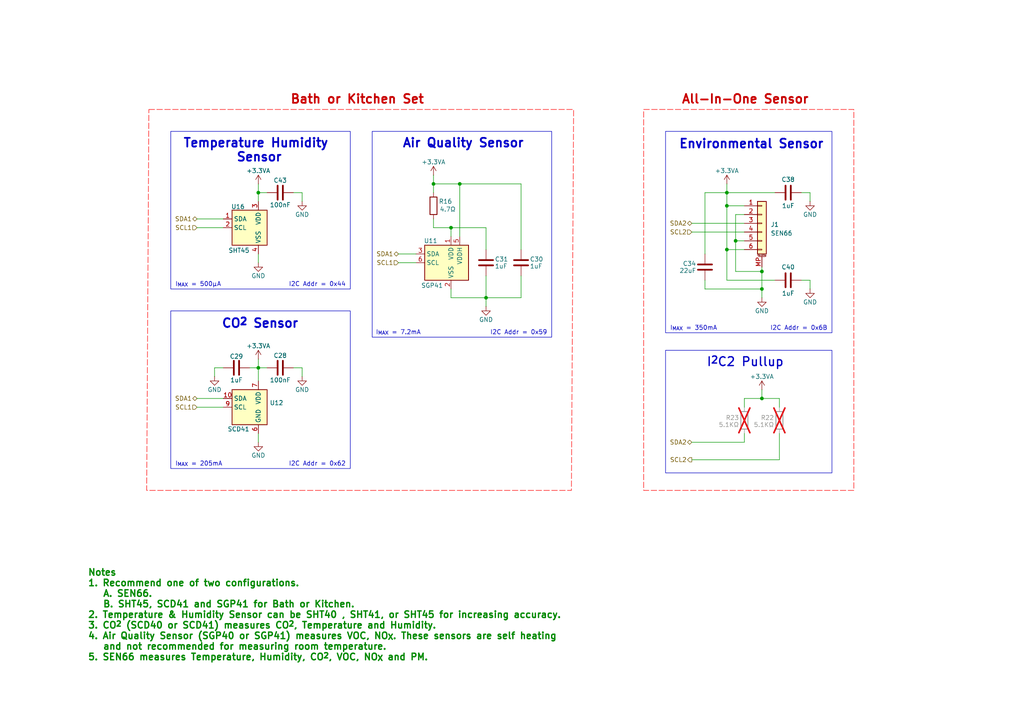
<source format=kicad_sch>
(kicad_sch (version 20250114) (generator "eeschema") (generator_version "9.0")
  (paper "A4")
  (title_block (title "ESPHome Parking Assistant") (date "2025-04-18") (rev "A") (company "Mike Lawrence"))
  (lib_symbols
    (symbol "Connector_Generic_MountingPin:Conn_01x06_MountingPin" (pin_names (offset 1.016) (hide yes))
      (property "Reference" "J" (at 0 7.62 0))
      (property "Value" "Conn_01x06_MountingPin" (at 1.27 -10.16 0))
      (symbol "Conn_01x06_MountingPin_1_1"
        (rectangle (start -1.27 6.35) (end 1.27 -8.89) (stroke (width 0.254)) (fill (type background)))
        (rectangle (start -1.27 5.207) (end 0 4.953) (stroke (width 0.1524)))
        (rectangle (start -1.27 2.667) (end 0 2.413) (stroke (width 0.1524)))
        (rectangle (start -1.27 0.127) (end 0 -0.127) (stroke (width 0.1524)))
        (rectangle (start -1.27 -2.413) (end 0 -2.667) (stroke (width 0.1524)))
        (rectangle (start -1.27 -4.953) (end 0 -5.207) (stroke (width 0.1524)))
        (rectangle (start -1.27 -7.493) (end 0 -7.747) (stroke (width 0.1524)))
        (polyline (pts (xy -1.016 -9.652) (xy 1.016 -9.652)) (stroke (width 0.1524)))
        (text "Mounting" (at 0 -9.271 0) (effects (font (size 0.381 0.381))))
        (pin passive line (at -5.08 5.08 0) (length 3.81) (name "Pin_1") (number "1"))
        (pin passive line (at -5.08 2.54 0) (length 3.81) (name "Pin_2") (number "2"))
        (pin passive line (at -5.08 0 0) (length 3.81) (name "Pin_3") (number "3"))
        (pin passive line (at -5.08 -2.54 0) (length 3.81) (name "Pin_4") (number "4"))
        (pin passive line (at -5.08 -5.08 0) (length 3.81) (name "Pin_5") (number "5"))
        (pin passive line (at -5.08 -7.62 0) (length 3.81) (name "Pin_6") (number "6"))
        (pin passive line (at 0 -12.7 90) (length 3.048) (name "MountPin") (number "MP"))
      )
    )
    (symbol "Device:C" (pin_numbers (hide yes)) (pin_names (offset 0.254))
      (property "Reference" "C" (at 0.635 2.54 0))
      (property "Value" "C" (at 0.635 -2.54 0))
      (symbol "C_0_1"
        (polyline (pts (xy -2.032 0.762) (xy 2.032 0.762)) (stroke (width 0.508)))
        (polyline (pts (xy -2.032 -0.762) (xy 2.032 -0.762)) (stroke (width 0.508)))
      )
      (symbol "C_1_1"
        (pin passive line (at 0 3.81 270) (length 2.794) (name "~") (number "1"))
        (pin passive line (at 0 -3.81 90) (length 2.794) (name "~") (number "2"))
      )
    )
    (symbol "Device:R" (pin_numbers (hide yes)) (pin_names (offset 0))
      (property "Reference" "R" (at 2.032 0 90))
      (property "Value" "R" (at 0 0 90))
      (symbol "R_0_1"
        (rectangle (start -1.016 -2.54) (end 1.016 2.54) (stroke (width 0.254)))
      )
      (symbol "R_1_1"
        (pin passive line (at 0 3.81 270) (length 1.27) (name "~") (number "1"))
        (pin passive line (at 0 -3.81 90) (length 1.27) (name "~") (number "2"))
      )
    )
    (symbol "SGP40-D-R4:SGP4x"
      (property "Reference" "U" (at 8.636 1.27 0))
      (property "Value" "SGP4x" (at 8.636 -1.27 0))
      (symbol "SGP4x_1_0"
        (pin input line (at -7.62 0 0) (length 2.54) (name "SCL") (number "6"))
        (pin power_in line (at 2.54 -7.62 90) (length 2.54) (hide yes) (name "EP") (number "7"))
        (pin power_in line (at 5.08 7.62 270) (length 2.54) (name "VDDH") (number "5"))
      )
      (symbol "SGP4x_1_1"
        (rectangle (start -5.08 5.08) (end 7.62 -5.08) (stroke (width 0.254)) (fill (type background)))
        (pin bidirectional line (at -7.62 2.54 0) (length 2.54) (name "SDA") (number "3"))
        (pin power_in line (at 2.54 7.62 270) (length 2.54) (name "VDD") (number "1"))
        (pin power_in line (at 2.54 -7.62 90) (length 2.54) (name "VSS") (number "2"))
        (pin power_in line (at 2.54 -7.62 90) (length 2.54) (hide yes) (name "NA") (number "4"))
      )
    )
    (symbol "Sensor_Gas:SCD41-D-R2"
      (property "Reference" "U?" (at -3.302 1.27 0))
      (property "Value" "SCD41" (at -3.302 -1.27 0))
      (symbol "SCD41-D-R2_0_1"
        (rectangle (start -2.54 5.08) (end 7.62 -5.08) (stroke (width 0.254)) (fill (type background)))
      )
      (symbol "SCD41-D-R2_1_1"
        (pin passive line (at 0 7.62 270) (length 2.54) (hide yes) (name "VDD") (number "19"))
        (pin power_in line (at 0 7.62 270) (length 2.54) (name "VDD") (number "7"))
        (pin passive line (at 0 -7.62 90) (length 2.54) (hide yes) (name "GND") (number "20"))
        (pin passive line (at 0 -7.62 90) (length 2.54) (hide yes) (name "GND") (number "21"))
        (pin power_in line (at 0 -7.62 90) (length 2.54) (name "GND") (number "6"))
        (pin bidirectional line (at 10.16 2.54 180) (length 2.54) (name "SDA") (number "10"))
        (pin input line (at 10.16 0 180) (length 2.54) (name "SCL") (number "9"))
      )
    )
    (symbol "Sensor_Humidity:SHT4x"
      (property "Reference" "U2" (at 6.35 1.2701 0))
      (property "Value" "SHT4x" (at 6.35 -1.2699 0))
      (symbol "SHT4x_1_1"
        (rectangle (start -5.08 5.08) (end 5.08 -5.08) (stroke (width 0.254)) (fill (type background)))
        (pin bidirectional line (at -7.62 2.54 0) (length 2.54) (name "SDA") (number "1"))
        (pin input line (at -7.62 0 0) (length 2.54) (name "SCL") (number "2"))
        (pin power_in line (at 2.54 7.62 270) (length 2.54) (name "VDD") (number "3"))
        (pin power_in line (at 2.54 -7.62 90) (length 2.54) (name "VSS") (number "4"))
      )
    )
    (symbol "power:+3.3VA" (power) (pin_numbers (hide yes)) (pin_names (offset 0) (hide yes))
      (property "Value" "+3.3VA" (at 0 3.556 0))
      (symbol "+3.3VA_0_1"
        (polyline (pts (xy -0.762 1.27) (xy 0 2.54)))
        (polyline (pts (xy 0 2.54) (xy 0.762 1.27)))
        (polyline (pts (xy 0 0) (xy 0 2.54)))
      )
      (symbol "+3.3VA_1_1"
        (pin power_in line (at 0 0 90) (length 0) (name "~") (number "1"))
      )
    )
    (symbol "power:GND" (power) (pin_numbers (hide yes)) (pin_names (offset 0) (hide yes))
      (property "Value" "GND" (at 0 -3.81 0))
      (symbol "GND_0_1"
        (polyline (pts (xy 0 0) (xy 0 -1.27) (xy 1.27 -1.27) (xy 0 -2.54) (xy -1.27 -1.27) (xy 0 -1.27)))
      )
      (symbol "GND_1_1"
        (pin power_in line (at 0 0 270) (length 0) (name "~") (number "1"))
      )
    )
  )
  (rectangle (start 193.04 101.6) (end 241.3 137.16))
  (rectangle (start 193.04 38.1) (end 241.3 96.52))
  (rectangle (start 49.53 38.1) (end 101.6 83.82))
  (rectangle (start 107.95 38.1) (end 160.02 97.79))
  (rectangle (start 49.53 90.17) (end 101.6 135.89))
  (text "I_{MAX} = 7.2mA" (at 108.966 96.52 0) (effects (font (size 1.27 1.27) (thickness 0.1588)) (justify left)))
  (text "I2C Addr = 0x59" (at 158.75 96.52 0) (effects (font (size 1.27 1.27) (thickness 0.1588)) (justify right)))
  (text "I2C Addr = 0x62" (at 100.33 134.62 0) (effects (font (size 1.27 1.27) (thickness 0.1588)) (justify right)))
  (text "CO^{2} Sensor" (at 75.438 92.456 0) (effects (font (size 2.54 2.54) (thickness 0.508) (bold yes)) (justify top)))
  (text "Environmental Sensor" (at 217.932 40.386 0) (effects (font (size 2.54 2.54) (thickness 0.508) (bold yes)) (justify top)))
  (text "I_{MAX} = 350mA" (at 194.31 95.25 0) (effects (font (size 1.27 1.27) (thickness 0.1588)) (justify left)))
  (text "I^{2}C2 Pullup" (at 216.154 103.632 0) (effects (font (size 2.54 2.54) (thickness 0.381) (bold yes)) (justify top)))
  (text "Temperature Humidity \nSensor" (at 75.184 40.132 0) (effects (font (size 2.54 2.54) (thickness 0.508) (bold yes)) (justify top)))
  (text "All-In-One Sensor" (at 216.154 27.432 0) (effects (font (size 2.54 2.54) (thickness 0.508) (bold yes)) (justify top)))
  (text "Bath or Kitchen Set" (at 103.632 27.432 0) (effects (font (size 2.54 2.54) (thickness 0.508) (bold yes)) (justify top)))
  (text "I2C Addr = 0x44" (at 100.33 82.55 0) (effects (font (size 1.27 1.27) (thickness 0.1588)) (justify right)))
  (text "I2C Addr = 0x6B" (at 240.03 95.25 0) (effects (font (size 1.27 1.27) (thickness 0.1588)) (justify right)))
  (text "I_{MAX} = 500µA" (at 50.8 82.55 0) (effects (font (size 1.27 1.27) (thickness 0.1588)) (justify left)))
  (text "I_{MAX} = 205mA" (at 50.8 134.62 0) (effects (font (size 1.27 1.27) (thickness 0.1588)) (justify left)))
  (text "Notes\n1. Recommend one of two configurations.\n   A. SEN66.\n   B. SHT45, SCD41 and SGP41 for Bath or Kitchen.\n2. Temperature & Humidity Sensor can be SHT40 , SHT41, or SHT45 for increasing accuracy.\n3. CO^{2} (SCD40 or SCD41) measures CO^{2}, Temperature and Humidity.\n4. Air Quality Sensor (SGP40 or SGP41) measures VOC, NO_{X}. These sensors are self heating\n   and not recommended for measuring room temperature.\n5. SEN66 measures Temperature, Humidity, CO^{2}, VOC, NO_{X} and PM." (at 25.4 165.1 0) (effects (font (size 1.905 1.905) (thickness 0.381) (bold yes)) (justify left top)))
  (text "Air Quality Sensor" (at 134.366 40.132 0) (effects (font (size 2.54 2.54) (thickness 0.508) (bold yes)) (justify top)))
  (junction (at 220.98 83.82))
  (junction (at 220.98 78.74))
  (junction (at 210.82 55.88))
  (junction (at 133.35 53.34))
  (junction (at 210.82 72.39))
  (junction (at 130.81 66.04))
  (junction (at 125.73 53.34))
  (junction (at 140.97 86.36))
  (junction (at 220.98 115.57))
  (junction (at 74.93 106.68))
  (junction (at 74.93 55.88))
  (junction (at 210.82 59.69))
  (junction (at 213.36 69.85))
  (wire (pts (xy 215.9 125.73) (xy 215.9 128.27)))
  (wire (pts (xy 213.36 78.74) (xy 220.98 78.74)))
  (wire (pts (xy 215.9 69.85) (xy 213.36 69.85)))
  (wire (pts (xy 57.15 63.5) (xy 64.77 63.5)))
  (wire (pts (xy 226.06 118.11) (xy 226.06 115.57)))
  (wire (pts (xy 85.09 55.88) (xy 87.63 55.88)))
  (wire (pts (xy 74.93 55.88) (xy 77.47 55.88)))
  (wire (pts (xy 125.73 53.34) (xy 125.73 55.88)))
  (wire (pts (xy 213.36 69.85) (xy 213.36 78.74)))
  (wire (pts (xy 151.13 80.01) (xy 151.13 86.36)))
  (wire (pts (xy 220.98 113.03) (xy 220.98 115.57)))
  (wire (pts (xy 226.06 125.73) (xy 226.06 133.35)))
  (wire (pts (xy 220.98 78.74) (xy 220.98 83.82)))
  (wire (pts (xy 215.9 59.69) (xy 210.82 59.69)))
  (wire (pts (xy 140.97 72.39) (xy 140.97 66.04)))
  (wire (pts (xy 74.93 73.66) (xy 74.93 76.2)))
  (wire (pts (xy 210.82 81.28) (xy 210.82 72.39)))
  (wire (pts (xy 74.93 106.68) (xy 77.47 106.68)))
  (wire (pts (xy 204.47 55.88) (xy 210.82 55.88)))
  (wire (pts (xy 115.57 73.66) (xy 120.65 73.66)))
  (wire (pts (xy 220.98 115.57) (xy 215.9 115.57)))
  (wire (pts (xy 57.15 66.04) (xy 64.77 66.04)))
  (wire (pts (xy 204.47 73.66) (xy 204.47 55.88)))
  (wire (pts (xy 74.93 104.14) (xy 74.93 106.68)))
  (wire (pts (xy 130.81 66.04) (xy 125.73 66.04)))
  (wire (pts (xy 125.73 53.34) (xy 133.35 53.34)))
  (wire (pts (xy 140.97 80.01) (xy 140.97 86.36)))
  (wire (pts (xy 224.79 81.28) (xy 210.82 81.28)))
  (wire (pts (xy 115.57 76.2) (xy 120.65 76.2)))
  (wire (pts (xy 232.41 55.88) (xy 234.95 55.88)))
  (wire (pts (xy 72.39 106.68) (xy 74.93 106.68)))
  (wire (pts (xy 74.93 106.68) (xy 74.93 110.49)))
  (wire (pts (xy 220.98 83.82) (xy 220.98 86.36)))
  (wire (pts (xy 62.23 106.68) (xy 62.23 109.22)))
  (wire (pts (xy 232.41 81.28) (xy 234.95 81.28)))
  (wire (pts (xy 215.9 62.23) (xy 213.36 62.23)))
  (wire (pts (xy 204.47 83.82) (xy 204.47 81.28)))
  (wire (pts (xy 215.9 115.57) (xy 215.9 118.11)))
  (wire (pts (xy 140.97 86.36) (xy 151.13 86.36)))
  (wire (pts (xy 226.06 133.35) (xy 200.66 133.35)))
  (wire (pts (xy 234.95 81.28) (xy 234.95 83.82)))
  (wire (pts (xy 215.9 128.27) (xy 200.66 128.27)))
  (wire (pts (xy 220.98 77.47) (xy 220.98 78.74)))
  (wire (pts (xy 215.9 67.31) (xy 200.66 67.31)))
  (wire (pts (xy 130.81 66.04) (xy 130.81 68.58)))
  (wire (pts (xy 130.81 86.36) (xy 130.81 83.82)))
  (wire (pts (xy 210.82 55.88) (xy 224.79 55.88)))
  (wire (pts (xy 151.13 72.39) (xy 151.13 53.34)))
  (wire (pts (xy 210.82 53.34) (xy 210.82 55.88)))
  (wire (pts (xy 226.06 115.57) (xy 220.98 115.57)))
  (wire (pts (xy 140.97 66.04) (xy 130.81 66.04)))
  (wire (pts (xy 125.73 66.04) (xy 125.73 63.5)))
  (wire (pts (xy 220.98 83.82) (xy 204.47 83.82)))
  (wire (pts (xy 140.97 86.36) (xy 140.97 88.9)))
  (wire (pts (xy 133.35 68.58) (xy 133.35 53.34)))
  (wire (pts (xy 74.93 125.73) (xy 74.93 128.27)))
  (wire (pts (xy 215.9 72.39) (xy 210.82 72.39)))
  (wire (pts (xy 213.36 62.23) (xy 213.36 69.85)))
  (wire (pts (xy 87.63 55.88) (xy 87.63 58.42)))
  (wire (pts (xy 64.77 106.68) (xy 62.23 106.68)))
  (wire (pts (xy 57.15 118.11) (xy 64.77 118.11)))
  (wire (pts (xy 125.73 50.8) (xy 125.73 53.34)))
  (wire (pts (xy 200.66 64.77) (xy 215.9 64.77)))
  (wire (pts (xy 57.15 115.57) (xy 64.77 115.57)))
  (wire (pts (xy 234.95 55.88) (xy 234.95 58.42)))
  (wire (pts (xy 74.93 53.34) (xy 74.93 55.88)))
  (wire (pts (xy 151.13 53.34) (xy 133.35 53.34)))
  (wire (pts (xy 74.93 58.42) (xy 74.93 55.88)))
  (wire (pts (xy 210.82 55.88) (xy 210.82 59.69)))
  (wire (pts (xy 140.97 86.36) (xy 130.81 86.36)))
  (wire (pts (xy 85.09 106.68) (xy 87.63 106.68)))
  (wire (pts (xy 210.82 72.39) (xy 210.82 59.69)))
  (wire (pts (xy 87.63 106.68) (xy 87.63 109.22)))
  (hierarchical_label "SDA1" (shape bidirectional) (at 57.15 115.57 180))
  (hierarchical_label "SCL1" (shape input) (at 115.57 76.2 180))
  (hierarchical_label "SCL1" (shape input) (at 57.15 118.11 180))
  (hierarchical_label "SDA1" (shape bidirectional) (at 115.57 73.66 180))
  (hierarchical_label "SDA2" (shape bidirectional) (at 200.66 64.77 180))
  (hierarchical_label "SCL2" (shape output) (at 200.66 133.35 180))
  (hierarchical_label "SDA2" (shape bidirectional) (at 200.66 128.27 180))
  (hierarchical_label "SCL1" (shape input) (at 57.15 66.04 180))
  (hierarchical_label "SCL2" (shape input) (at 200.66 67.31 180))
  (hierarchical_label "SDA1" (shape bidirectional) (at 57.15 63.5 180))
  (rule_area (polyline (pts (xy 186.69 31.75) (xy 247.65 31.75) (xy 247.65 142.24) (xy 186.69 142.24)) (stroke (width 0) (type dash))))
  (rule_area (polyline (pts (xy 43.18 31.75) (xy 166.37 31.75) (xy 165.735 142.24) (xy 42.545 142.24)) (stroke (width 0) (type dash))))
  (symbol (lib_id "power:GND") (at 74.93 76.2 0) (unit 1)
    (property "Reference" "#PWR033" (effects (hide yes)))
    (property "Value" "GND" (at 74.93 80.01 0))
    (property "Description" "Power symbol creates a global label with name \"GND\" , ground" (effects (hide yes)))
  )
  (symbol (lib_id "Device:C") (at 151.13 76.2 0) (mirror y) (unit 1)
    (property "Reference" "C30" (at 153.67 75.184 0) (effects (justify right)))
    (property "Value" "1uF" (at 153.67 77.216 0) (effects (justify right)))
    (property "Footprint" "Capacitor_SMD:C_0402_1005Metric" (effects (hide yes)))
    (property "Description" "Capacitor, 1uF, MLCC, 25V, X5R, 10%, 0402" (effects (hide yes)))
    (property "Manufacturer" "Samsung" (effects (hide yes)))
    (property "Part Number" "CL05A105KA5NQNC" (effects (hide yes)))
  )
  (symbol (lib_id "Device:C") (at 204.47 77.47 0) (mirror y) (unit 1)
    (property "Reference" "C34" (at 201.93 76.454 0) (effects (justify left)))
    (property "Value" "22uF" (at 201.93 78.486 0) (effects (justify left)))
    (property "Footprint" "Capacitor_SMD:C_0603_1608Metric" (effects (hide yes)))
    (property "Description" "Capacitor, 22uF, MLCC, 6.3V, X5R, 20%, 0603" (effects (hide yes)))
    (property "Part Number" "GRM188R60J226MEA0D" (effects (hide yes)))
    (property "Manufacturer" "Murata" (effects (hide yes)))
  )
  (symbol (lib_id "Device:R") (at 226.06 121.92 0) (mirror y) (unit 1) (dnp yes)
    (property "Reference" "R22" (at 224.536 121.158 0) (effects (justify left)))
    (property "Value" "5.1KΩ" (at 224.536 123.19 0) (effects (justify left)))
    (property "Footprint" "Resistor_SMD:R_0402_1005Metric" (effects (hide yes)))
    (property "Description" "Resistor, 5.1KΩ, 62.5mW, 1%, 0402" (effects (hide yes)))
    (property "Manufacturer" "Vishay / Dale" (effects (hide yes)))
    (property "Part Number" "CRCW04025K10FKED" (effects (hide yes)))
  )
  (symbol (lib_id "Device:C") (at 228.6 55.88 90) (mirror x) (unit 1)
    (property "Reference" "C38" (at 228.6 52.07 90))
    (property "Value" "1uF" (at 228.6 59.69 90))
    (property "Footprint" "Capacitor_SMD:C_0402_1005Metric" (effects (hide yes)))
    (property "Description" "Capacitor, 1uF, MLCC, 25V, X5R, 10%, 0402" (effects (hide yes)))
    (property "Manufacturer" "Samsung" (effects (hide yes)))
    (property "Part Number" "CL05A105KA5NQNC" (effects (hide yes)))
  )
  (symbol (lib_id "power:GND") (at 87.63 58.42 0) (unit 1)
    (property "Reference" "#PWR031" (effects (hide yes)))
    (property "Value" "GND" (at 87.63 62.23 0))
    (property "Description" "Power symbol creates a global label with name \"GND\" , ground" (effects (hide yes)))
  )
  (symbol (lib_id "SGP40-D-R4:SGP4x") (at 128.27 76.2 0) (unit 1)
    (property "Reference" "U11" (at 122.936 69.85 0) (effects (justify left)))
    (property "Value" "SGP41" (at 128.524 82.804 0) (effects (justify right)))
    (property "Footprint" "SGP40-D-R4:XCDR_SGP40-D-R4" (effects (hide yes)))
    (property "Datasheet" "https://sensirion.com/media/documents/5FE8673C/61E96F50/Sensirion_Gas_Sensors_Datasheet_SGP41.pdf" (effects (hide yes)))
    (property "Description" "Indoor Air Quality Sensor, MOx based, DFN-6" (effects (hide yes)))
    (property "Part Number" "SGP41-D-R4 " (effects (hide yes)))
    (property "Manufacturer" "Sensirion" (effects (hide yes)))
  )
  (symbol (lib_id "Device:C") (at 228.6 81.28 90) (mirror x) (unit 1)
    (property "Reference" "C40" (at 228.6 77.47 90))
    (property "Value" "1uF" (at 228.6 85.09 90))
    (property "Footprint" "Capacitor_SMD:C_0402_1005Metric" (effects (hide yes)))
    (property "Description" "Capacitor, 1uF, MLCC, 25V, X5R, 10%, 0402" (effects (hide yes)))
    (property "Manufacturer" "Samsung" (effects (hide yes)))
    (property "Part Number" "CL05A105KA5NQNC" (effects (hide yes)))
  )
  (symbol (lib_id "power:+3.3VA") (at 210.82 53.34 0) (unit 1)
    (property "Reference" "#PWR030" (effects (hide yes)))
    (property "Value" "+3.3VA" (at 210.82 49.53 0))
    (property "Description" "Power symbol creates a global label with name \"+3.3VA\"" (effects (hide yes)))
  )
  (symbol (lib_id "Device:C") (at 140.97 76.2 0) (mirror y) (unit 1)
    (property "Reference" "C31" (at 143.51 75.184 0) (effects (justify right)))
    (property "Value" "1uF" (at 143.51 77.216 0) (effects (justify right)))
    (property "Footprint" "Capacitor_SMD:C_0402_1005Metric" (effects (hide yes)))
    (property "Description" "Capacitor, 1uF, MLCC, 25V, X5R, 10%, 0402" (effects (hide yes)))
    (property "Manufacturer" "Samsung" (effects (hide yes)))
    (property "Part Number" "CL05A105KA5NQNC" (effects (hide yes)))
  )
  (symbol (lib_id "Device:C") (at 68.58 106.68 90) (unit 1)
    (property "Reference" "C29" (at 68.58 103.378 90))
    (property "Value" "1uF" (at 68.58 110.236 90))
    (property "Footprint" "Capacitor_SMD:C_0402_1005Metric" (effects (hide yes)))
    (property "Description" "Capacitor, 1uF, MLCC, 25V, X5R, 10%, 0402" (effects (hide yes)))
    (property "Manufacturer" "Samsung" (effects (hide yes)))
    (property "Part Number" "CL05A105KA5NQNC" (effects (hide yes)))
  )
  (symbol (lib_id "Sensor_Humidity:SHT4x") (at 72.39 66.04 0) (unit 1)
    (property "Reference" "U16" (at 67.056 59.944 0) (effects (justify left)))
    (property "Value" "SHT45" (at 72.39 72.644 0) (effects (justify right)))
    (property "Footprint" "Sensor_Humidity:Sensirion_DFN-4_1.5x1.5mm_P0.8mm_SHT4x_NoCentralPad" (effects (hide yes)))
    (property "Datasheet" "https://sensirion.com/media/documents/33FD6951/624C4357/Datasheet_SHT4x.pdf" (effects (hide yes)))
    (property "Description" "Digital Humidity and Temperature Sensor, ±1%RH, ±0.1°C, I2C, 1.08-3.6V, 16bit, DFN-4" (effects (hide yes)))
    (property "Part Number" "SHT45-AD1B-R2" (effects (hide yes)))
    (property "Manufacturer" "Sensirion" (effects (hide yes)))
  )
  (symbol (lib_id "Device:R") (at 215.9 121.92 0) (mirror y) (unit 1) (dnp yes)
    (property "Reference" "R23" (at 214.376 121.158 0) (effects (justify left)))
    (property "Value" "5.1KΩ" (at 214.376 123.19 0) (effects (justify left)))
    (property "Footprint" "Resistor_SMD:R_0402_1005Metric" (effects (hide yes)))
    (property "Description" "Resistor, 5.1KΩ, 62.5mW, 1%, 0402" (effects (hide yes)))
    (property "Manufacturer" "Vishay / Dale" (effects (hide yes)))
    (property "Part Number" "CRCW04025K10FKED" (effects (hide yes)))
  )
  (symbol (lib_id "power:+3.3VA") (at 74.93 104.14 0) (unit 1)
    (property "Reference" "#PWR037" (effects (hide yes)))
    (property "Value" "+3.3VA" (at 74.93 100.33 0))
    (property "Description" "Power symbol creates a global label with name \"+3.3VA\"" (effects (hide yes)))
  )
  (symbol (lib_id "power:+3.3VA") (at 125.73 50.8 0) (unit 1)
    (property "Reference" "#PWR029" (effects (hide yes)))
    (property "Value" "+3.3VA" (at 125.73 46.99 0))
    (property "Description" "Power symbol creates a global label with name \"+3.3VA\"" (effects (hide yes)))
  )
  (symbol (lib_id "power:GND") (at 87.63 109.22 0) (unit 1)
    (property "Reference" "#PWR039" (effects (hide yes)))
    (property "Value" "GND" (at 87.63 113.03 0))
    (property "Description" "Power symbol creates a global label with name \"GND\" , ground" (effects (hide yes)))
  )
  (symbol (lib_id "power:GND") (at 234.95 58.42 0) (unit 1)
    (property "Reference" "#PWR032" (effects (hide yes)))
    (property "Value" "GND" (at 234.95 62.23 0))
    (property "Description" "Power symbol creates a global label with name \"GND\" , ground" (effects (hide yes)))
  )
  (symbol (lib_id "power:GND") (at 74.93 128.27 0) (unit 1)
    (property "Reference" "#PWR040" (effects (hide yes)))
    (property "Value" "GND" (at 74.93 132.08 0))
    (property "Description" "Power symbol creates a global label with name \"GND\" , ground" (effects (hide yes)))
  )
  (symbol (lib_id "power:GND") (at 140.97 88.9 0) (unit 1)
    (property "Reference" "#PWR036" (effects (hide yes)))
    (property "Value" "GND" (at 140.97 92.71 0))
    (property "Description" "Power symbol creates a global label with name \"GND\" , ground" (effects (hide yes)))
  )
  (symbol (lib_id "Device:C") (at 81.28 106.68 270) (mirror x) (unit 1)
    (property "Reference" "C28" (at 81.28 103.124 90))
    (property "Value" "100nF" (at 81.28 110.236 90))
    (property "Footprint" "Capacitor_SMD:C_0402_1005Metric" (effects (hide yes)))
    (property "Description" "Capacitor, 100nF, MLCC, 50V, X7R, 10%, 0402" (effects (hide yes)))
    (property "Manufacturer" "Samsung" (effects (hide yes)))
    (property "Part Number" "CL05B104KB54PNC" (effects (hide yes)))
  )
  (symbol (lib_id "power:GND") (at 234.95 83.82 0) (unit 1)
    (property "Reference" "#PWR034" (effects (hide yes)))
    (property "Value" "GND" (at 234.95 87.63 0))
    (property "Description" "Power symbol creates a global label with name \"GND\" , ground" (effects (hide yes)))
  )
  (symbol (lib_id "power:+3.3VA") (at 220.98 113.03 0) (unit 1)
    (property "Reference" "#PWR082" (effects (hide yes)))
    (property "Value" "+3.3VA" (at 220.98 109.22 0))
    (property "Description" "Power symbol creates a global label with name \"+3.3VA\"" (effects (hide yes)))
  )
  (symbol (lib_id "Sensor_Gas:SCD41-D-R2") (at 74.93 118.11 0) (mirror y) (unit 1)
    (property "Reference" "U12" (at 78.232 116.84 0) (effects (justify right)))
    (property "Value" "SCD41" (at 72.39 124.46 0) (effects (justify left)))
    (property "Footprint" "Sensor:Sensirion_SCD4x-1EP_10.1x10.1mm_P1.25mm_EP4.8x4.8mm" (effects (hide yes)))
    (property "Datasheet" "https://sensirion.com/media/documents/48C4B7FB/66E05452/CD_DS_SCD4x_Datasheet_D1.pdf" (effects (hide yes)))
    (property "Description" "Photoacoustic CO2 sensor, I2C, 2.4-5.5 V, High accuracy  400 - 5000 ppm" (effects (hide yes)))
    (property "Part Number" "SCD41-D-R2" (effects (hide yes)))
    (property "Manufacturer" "Sensirion" (effects (hide yes)))
  )
  (symbol (lib_id "Connector_Generic_MountingPin:Conn_01x06_MountingPin") (at 220.98 64.77 0) (unit 1)
    (property "Reference" "J1" (at 223.52 65.1255 0) (effects (justify left)))
    (property "Value" "SEN66" (at 223.52 67.6655 0) (effects (justify left)))
    (property "Footprint" "Connector_JST:JST_GH_BM06B-GHS-TBT_1x06-1MP_P1.25mm_Vertical" (effects (hide yes)))
    (property "Datasheet" "https://www.mouser.com/datasheet/2/564/eGH-3476874.pdf" (effects (hide yes)))
    (property "Description" "6-Position, 1.25 mm pitch, Wire-to-Board connector" (effects (hide yes)))
    (property "Part Number" "BM06B-GHS-TBT" (effects (hide yes)))
    (property "Manufacturer" "JST" (effects (hide yes)))
  )
  (symbol (lib_id "Device:R") (at 125.73 59.69 0) (unit 1)
    (property "Reference" "R16" (at 127.254 58.42 0) (effects (justify left)))
    (property "Value" "4.7Ω" (at 127.508 60.706 0) (effects (justify left)))
    (property "Footprint" "Resistor_SMD:R_0402_1005Metric" (effects (hide yes)))
    (property "Description" "Resistor, 4.7Ω, 62.5mW, 1%, 0402" (effects (hide yes)))
    (property "Manufacturer" "Vishay / Dale" (effects (hide yes)))
    (property "Part Number" "CRCW04024R70FKED" (effects (hide yes)))
  )
  (symbol (lib_id "power:+3.3VA") (at 74.93 53.34 0) (unit 1)
    (property "Reference" "#PWR028" (effects (hide yes)))
    (property "Value" "+3.3VA" (at 74.93 49.53 0))
    (property "Description" "Power symbol creates a global label with name \"+3.3VA\"" (effects (hide yes)))
  )
  (symbol (lib_id "power:GND") (at 220.98 86.36 0) (unit 1)
    (property "Reference" "#PWR035" (effects (hide yes)))
    (property "Value" "GND" (at 220.98 90.17 0))
    (property "Description" "Power symbol creates a global label with name \"GND\" , ground" (effects (hide yes)))
  )
  (symbol (lib_id "Device:C") (at 81.28 55.88 270) (mirror x) (unit 1)
    (property "Reference" "C43" (at 81.28 52.324 90))
    (property "Value" "100nF" (at 81.28 59.436 90))
    (property "Footprint" "Capacitor_SMD:C_0402_1005Metric" (effects (hide yes)))
    (property "Description" "Capacitor, 100nF, MLCC, 50V, X7R, 10%, 0402" (effects (hide yes)))
    (property "Manufacturer" "Samsung" (effects (hide yes)))
    (property "Part Number" "CL05B104KB54PNC" (effects (hide yes)))
  )
  (symbol (lib_id "power:GND") (at 62.23 109.22 0) (unit 1)
    (property "Reference" "#PWR038" (effects (hide yes)))
    (property "Value" "GND" (at 62.23 113.03 0))
    (property "Description" "Power symbol creates a global label with name \"GND\" , ground" (effects (hide yes)))
  )
)
</source>
